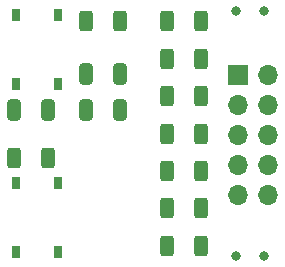
<source format=gbs>
G04 #@! TF.GenerationSoftware,KiCad,Pcbnew,6.0.8-f2edbf62ab~116~ubuntu22.04.1*
G04 #@! TF.CreationDate,2022-11-21T22:24:26-03:00*
G04 #@! TF.ProjectId,pip,7069702e-6b69-4636-9164-5f7063625858,rev?*
G04 #@! TF.SameCoordinates,Original*
G04 #@! TF.FileFunction,Soldermask,Bot*
G04 #@! TF.FilePolarity,Negative*
%FSLAX46Y46*%
G04 Gerber Fmt 4.6, Leading zero omitted, Abs format (unit mm)*
G04 Created by KiCad (PCBNEW 6.0.8-f2edbf62ab~116~ubuntu22.04.1) date 2022-11-21 22:24:26*
%MOMM*%
%LPD*%
G01*
G04 APERTURE LIST*
G04 Aperture macros list*
%AMRoundRect*
0 Rectangle with rounded corners*
0 $1 Rounding radius*
0 $2 $3 $4 $5 $6 $7 $8 $9 X,Y pos of 4 corners*
0 Add a 4 corners polygon primitive as box body*
4,1,4,$2,$3,$4,$5,$6,$7,$8,$9,$2,$3,0*
0 Add four circle primitives for the rounded corners*
1,1,$1+$1,$2,$3*
1,1,$1+$1,$4,$5*
1,1,$1+$1,$6,$7*
1,1,$1+$1,$8,$9*
0 Add four rect primitives between the rounded corners*
20,1,$1+$1,$2,$3,$4,$5,0*
20,1,$1+$1,$4,$5,$6,$7,0*
20,1,$1+$1,$6,$7,$8,$9,0*
20,1,$1+$1,$8,$9,$2,$3,0*%
G04 Aperture macros list end*
%ADD10C,0.800000*%
%ADD11R,1.700000X1.700000*%
%ADD12O,1.700000X1.700000*%
%ADD13RoundRect,0.250000X0.312500X0.625000X-0.312500X0.625000X-0.312500X-0.625000X0.312500X-0.625000X0*%
%ADD14RoundRect,0.250000X-0.325000X-0.650000X0.325000X-0.650000X0.325000X0.650000X-0.325000X0.650000X0*%
%ADD15RoundRect,0.250000X-0.312500X-0.625000X0.312500X-0.625000X0.312500X0.625000X-0.312500X0.625000X0*%
%ADD16RoundRect,0.250000X0.325000X0.650000X-0.325000X0.650000X-0.325000X-0.650000X0.325000X-0.650000X0*%
%ADD17R,0.800000X1.000000*%
G04 APERTURE END LIST*
D10*
X153788000Y-81076800D03*
X156088400Y-81076800D03*
D11*
X153956000Y-86487000D03*
D12*
X153956000Y-89027000D03*
X153956000Y-91567000D03*
X153956000Y-94107000D03*
X153956000Y-96647000D03*
X156496000Y-96647000D03*
X156496000Y-94107000D03*
X156496000Y-91567000D03*
X156496000Y-89027000D03*
X156496000Y-86487000D03*
D10*
X156092000Y-101803200D03*
X153791600Y-101803200D03*
D13*
X143956500Y-81948000D03*
X141031500Y-81948000D03*
D14*
X134923000Y-89408000D03*
X137873000Y-89408000D03*
D15*
X147889500Y-94607500D03*
X150814500Y-94607500D03*
X147889500Y-91442600D03*
X150814500Y-91442600D03*
X147889500Y-97772300D03*
X150814500Y-97772300D03*
X147889500Y-81948000D03*
X150814500Y-81948000D03*
D16*
X143969000Y-86360000D03*
X141019000Y-86360000D03*
D15*
X147889500Y-100937200D03*
X150814500Y-100937200D03*
D17*
X135156000Y-81407000D03*
X135156000Y-87223600D03*
X138656000Y-87223600D03*
X138656000Y-81407000D03*
D16*
X143969000Y-89408000D03*
X141019000Y-89408000D03*
D15*
X147889500Y-88277700D03*
X150814500Y-88277700D03*
X147889500Y-85112900D03*
X150814500Y-85112900D03*
D17*
X135156000Y-95631000D03*
X135156000Y-101447600D03*
X138656000Y-101447600D03*
X138656000Y-95631000D03*
D15*
X134935500Y-93472000D03*
X137860500Y-93472000D03*
M02*

</source>
